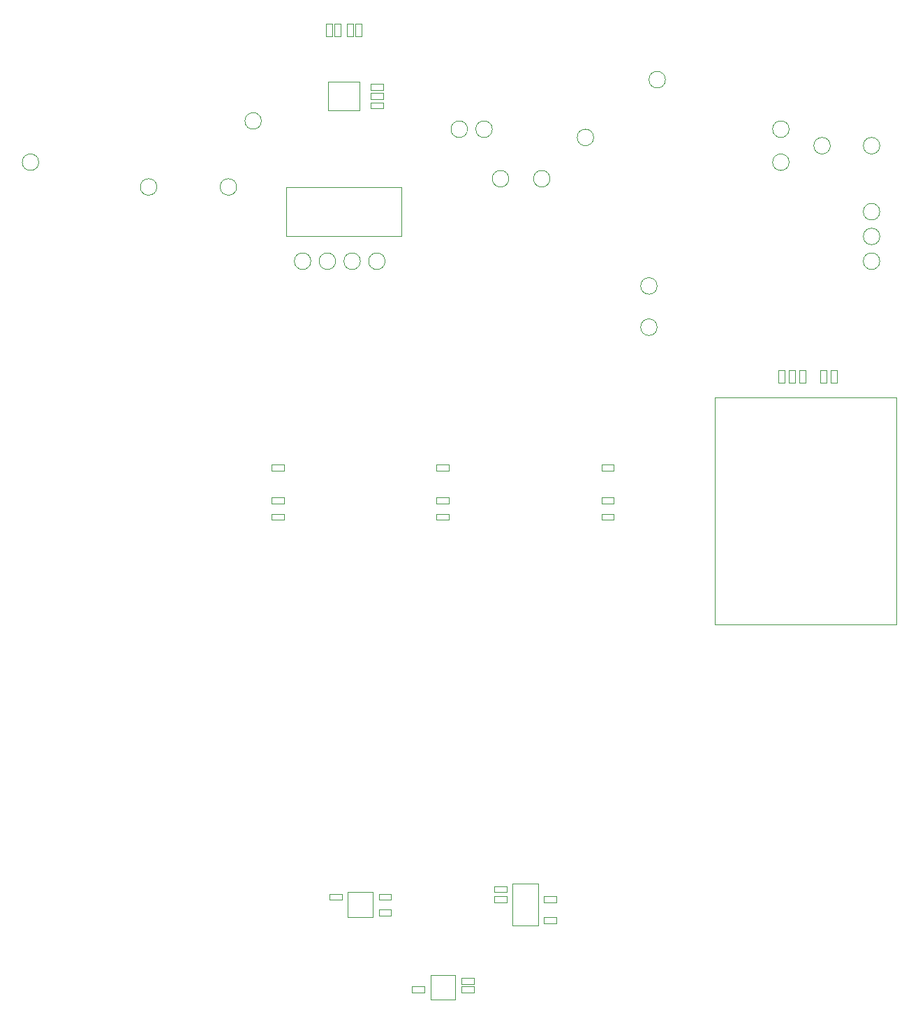
<source format=gbr>
%TF.GenerationSoftware,Altium Limited,Altium Designer,23.3.1 (30)*%
G04 Layer_Color=32768*
%FSLAX45Y45*%
%MOMM*%
%TF.SameCoordinates,E4F86091-2262-4A10-A0E3-B6E4D0D901A0*%
%TF.FilePolarity,Positive*%
%TF.FileFunction,Other,Bottom_Assembly*%
%TF.Part,Single*%
G01*
G75*
%TA.AperFunction,NonConductor*%
%ADD81C,0.10000*%
%ADD158C,0.02000*%
%ADD159C,0.01000*%
D81*
X-1600000Y8800000D02*
G03*
X-1600000Y8800000I-100000J0D01*
G01*
X-1300000D02*
G03*
X-1300000Y8800000I-100000J0D01*
G01*
X-700000D02*
G03*
X-700000Y8800000I-100000J0D01*
G01*
X-1000000D02*
G03*
X-1000000Y8800000I-100000J0D01*
G01*
X1829820Y10300000D02*
G03*
X1829820Y10300000I-100000J0D01*
G01*
X2700000Y11000000D02*
G03*
X2700000Y11000000I-100000J0D01*
G01*
X5300000Y9400000D02*
G03*
X5300000Y9400000I-100000J0D01*
G01*
X4700000Y10200000D02*
G03*
X4700000Y10200000I-100000J0D01*
G01*
X5300000Y9100000D02*
G03*
X5300000Y9100000I-100000J0D01*
G01*
Y8800000D02*
G03*
X5300000Y8800000I-100000J0D01*
G01*
X4200000Y10400000D02*
G03*
X4200000Y10400000I-100000J0D01*
G01*
Y10000000D02*
G03*
X4200000Y10000000I-100000J0D01*
G01*
X5300000Y10200000D02*
G03*
X5300000Y10200000I-100000J0D01*
G01*
X300000Y10400000D02*
G03*
X300000Y10400000I-100000J0D01*
G01*
X600000D02*
G03*
X600000Y10400000I-100000J0D01*
G01*
X2600000Y8500000D02*
G03*
X2600000Y8500000I-100000J0D01*
G01*
Y8000000D02*
G03*
X2600000Y8000000I-100000J0D01*
G01*
X800000Y9800000D02*
G03*
X800000Y9800000I-100000J0D01*
G01*
X1300000D02*
G03*
X1300000Y9800000I-100000J0D01*
G01*
X-2500000Y9700000D02*
G03*
X-2500000Y9700000I-100000J0D01*
G01*
X-2200000Y10500000D02*
G03*
X-2200000Y10500000I-100000J0D01*
G01*
X-3468000Y9700000D02*
G03*
X-3468000Y9700000I-100000J0D01*
G01*
X-4900000Y10000000D02*
G03*
X-4900000Y10000000I-100000J0D01*
G01*
D158*
X-725000Y10650000D02*
Y10725000D01*
X-875000Y10650000D02*
Y10725000D01*
X-725000D01*
X-875000Y10650000D02*
X-725000D01*
X-875000Y10875000D02*
X-725000D01*
X-875000Y10950000D02*
X-725000D01*
X-875000Y10875000D02*
Y10950000D01*
X-725000Y10875000D02*
Y10950000D01*
X-1337500Y11525000D02*
Y11675000D01*
X-1412500Y11525000D02*
Y11675000D01*
Y11525000D02*
X-1337500D01*
X-1412500Y11675000D02*
X-1337500D01*
X-1237500Y11525000D02*
Y11675000D01*
X-1312500Y11525000D02*
Y11675000D01*
Y11525000D02*
X-1237500D01*
X-1312500Y11675000D02*
X-1237500D01*
X-1087500Y11525000D02*
Y11675000D01*
X-1162500Y11525000D02*
Y11675000D01*
Y11525000D02*
X-1087500D01*
X-1162500Y11675000D02*
X-1087500D01*
X-987500Y11525000D02*
Y11675000D01*
X-1062500Y11525000D02*
Y11675000D01*
Y11525000D02*
X-987500D01*
X-1062500Y11675000D02*
X-987500D01*
X4148500Y7325000D02*
Y7475000D01*
X4073500Y7325000D02*
Y7475000D01*
Y7325000D02*
X4148500D01*
X4073500Y7475000D02*
X4148500D01*
X4275500Y7325000D02*
Y7475000D01*
X4200500Y7325000D02*
Y7475000D01*
Y7325000D02*
X4275500D01*
X4200500Y7475000D02*
X4275500D01*
X4402500Y7325000D02*
Y7475000D01*
X4327500Y7325000D02*
Y7475000D01*
Y7325000D02*
X4402500D01*
X4327500Y7475000D02*
X4402500D01*
X4656500Y7325000D02*
Y7475000D01*
X4581500Y7325000D02*
Y7475000D01*
Y7325000D02*
X4656500D01*
X4581500Y7475000D02*
X4656500D01*
X4783500Y7325000D02*
Y7475000D01*
X4708500Y7325000D02*
Y7475000D01*
Y7325000D02*
X4783500D01*
X4708500Y7475000D02*
X4783500D01*
X-375000Y12500D02*
X-225000D01*
X-375000Y-62500D02*
X-225000D01*
Y12500D01*
X-375000Y-62500D02*
Y12500D01*
X1925000Y5937500D02*
X2075000D01*
X1925000Y5862500D02*
X2075000D01*
Y5937500D01*
X1925000Y5862500D02*
Y5937500D01*
X-75000D02*
X75000D01*
X-75000Y5862500D02*
X75000D01*
Y5937500D01*
X-75000Y5862500D02*
Y5937500D01*
X-2075000D02*
X-1925000D01*
X-2075000Y5862500D02*
X-1925000D01*
Y5937500D01*
X-2075000Y5862500D02*
Y5937500D01*
X-1375000Y1132500D02*
X-1225000D01*
X-1375000Y1057500D02*
X-1225000D01*
Y1132500D01*
X-1375000Y1057500D02*
Y1132500D01*
X1225000Y775000D02*
X1375000D01*
X1225000Y850000D02*
X1375000D01*
X1225000Y775000D02*
Y850000D01*
X1375000Y775000D02*
Y850000D01*
X1225000Y1025000D02*
X1375000D01*
X1225000Y1100000D02*
X1375000D01*
X1225000Y1025000D02*
Y1100000D01*
X1375000Y1025000D02*
Y1100000D01*
D159*
X-1900000Y9100000D02*
X-500000D01*
X-1900000Y9700000D02*
X-500000D01*
X-1900000Y9100000D02*
Y9700000D01*
X-500000Y9100000D02*
Y9700000D01*
X-1390000Y10975000D02*
X-1010000D01*
X-1390000Y10625000D02*
X-1010000D01*
X-1390000D02*
Y10975000D01*
X-1010000Y10625000D02*
Y10975000D01*
X-725000Y10762500D02*
Y10837500D01*
X-875000Y10762500D02*
X-725000D01*
X-875000Y10837500D02*
X-725000D01*
X-875000Y10762500D02*
Y10837500D01*
X5500000Y4400000D02*
Y7150000D01*
X3300000Y4400000D02*
X5500000D01*
X3300000D02*
Y7150000D01*
X5500000D01*
X375000Y-62500D02*
Y12500D01*
X225000Y-62500D02*
X375000D01*
X225000Y12500D02*
X375000D01*
X225000Y-62500D02*
Y12500D01*
X375000Y37500D02*
Y112500D01*
X225000Y37500D02*
X375000D01*
X225000Y112500D02*
X375000D01*
X225000Y37500D02*
Y112500D01*
X-150000Y-150000D02*
X150000D01*
X-150000Y150000D02*
X150000D01*
X-150000Y-150000D02*
Y150000D01*
X150000Y-150000D02*
Y150000D01*
X1925000Y6262500D02*
Y6337500D01*
X2075000D01*
X1925000Y6262500D02*
X2075000D01*
Y6337500D01*
X1925000Y5662500D02*
Y5737500D01*
X2075000D01*
X1925000Y5662500D02*
X2075000D01*
Y5737500D01*
X-75000Y6262500D02*
Y6337500D01*
X75000D01*
X-75000Y6262500D02*
X75000D01*
Y6337500D01*
X-75000Y5662500D02*
Y5737500D01*
X75000D01*
X-75000Y5662500D02*
X75000D01*
Y5737500D01*
X-2075000Y6262500D02*
Y6337500D01*
X-1925000D01*
X-2075000Y6262500D02*
X-1925000D01*
Y6337500D01*
X-2075000Y5662500D02*
Y5737500D01*
X-1925000D01*
X-2075000Y5662500D02*
X-1925000D01*
Y5737500D01*
X-1150000Y1150000D02*
X-850000D01*
X-1150000Y850000D02*
Y1150000D01*
Y850000D02*
X-850000D01*
Y1150000D01*
X-625000Y867500D02*
Y942500D01*
X-775000Y867500D02*
X-625000D01*
X-775000Y942500D02*
X-625000D01*
X-775000Y867500D02*
Y942500D01*
X-625000Y1057500D02*
Y1132500D01*
X-775000Y1057500D02*
X-625000D01*
X-775000Y1132500D02*
X-625000D01*
X-775000Y1057500D02*
Y1132500D01*
X625000Y1150000D02*
Y1225000D01*
X775000D01*
X625000Y1150000D02*
X775000D01*
Y1225000D01*
X625000Y1025000D02*
Y1100000D01*
X775000D01*
X625000Y1025000D02*
X775000D01*
Y1100000D01*
X842520Y743460D02*
X1157480D01*
Y1256540D01*
X842520D02*
X1157480D01*
X842520Y743460D02*
Y1256540D01*
%TF.MD5,4325ebef8eff0c5377e168c8f688acfe*%
M02*

</source>
